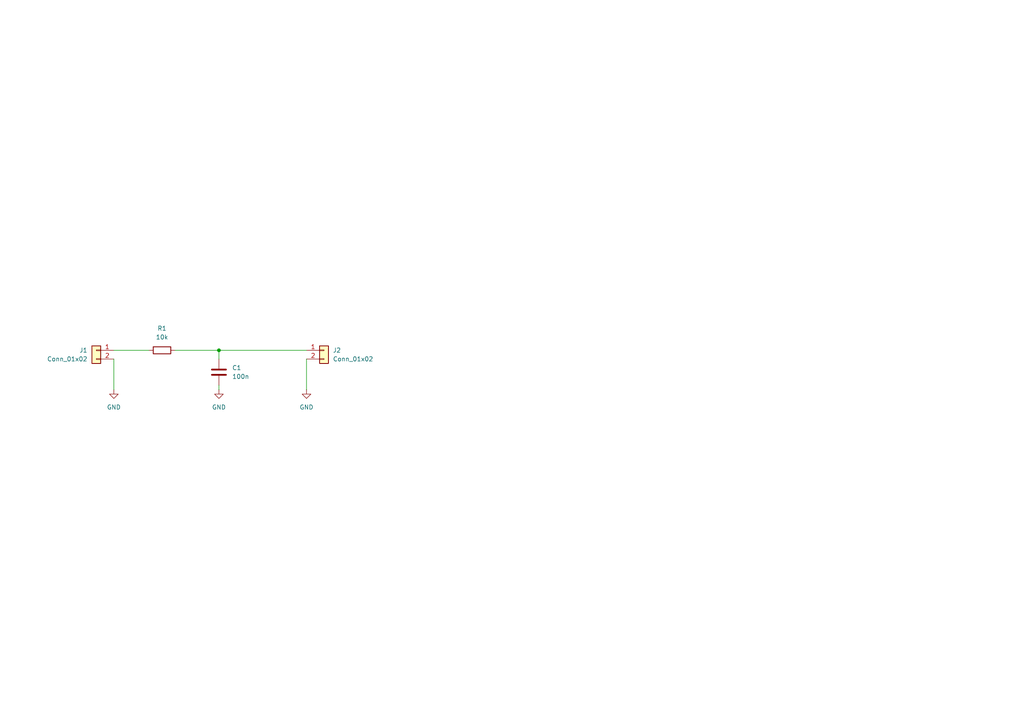
<source format=kicad_sch>
(kicad_sch
	(version 20231120)
	(generator "eeschema")
	(generator_version "8.0")
	(uuid "d0c83963-123f-4a3e-9ce9-8a66d2584f17")
	(paper "A4")
	(lib_symbols
		(symbol "Connector_Generic:Conn_01x02"
			(pin_names
				(offset 1.016) hide)
			(exclude_from_sim no)
			(in_bom yes)
			(on_board yes)
			(property "Reference" "J"
				(at 0 2.54 0)
				(effects
					(font
						(size 1.27 1.27)
					)
				)
			)
			(property "Value" "Conn_01x02"
				(at 0 -5.08 0)
				(effects
					(font
						(size 1.27 1.27)
					)
				)
			)
			(property "Footprint" ""
				(at 0 0 0)
				(effects
					(font
						(size 1.27 1.27)
					)
					(hide yes)
				)
			)
			(property "Datasheet" "~"
				(at 0 0 0)
				(effects
					(font
						(size 1.27 1.27)
					)
					(hide yes)
				)
			)
			(property "Description" "Generic connector, single row, 01x02, script generated (kicad-library-utils/schlib/autogen/connector/)"
				(at 0 0 0)
				(effects
					(font
						(size 1.27 1.27)
					)
					(hide yes)
				)
			)
			(property "ki_keywords" "connector"
				(at 0 0 0)
				(effects
					(font
						(size 1.27 1.27)
					)
					(hide yes)
				)
			)
			(property "ki_fp_filters" "Connector*:*_1x??_*"
				(at 0 0 0)
				(effects
					(font
						(size 1.27 1.27)
					)
					(hide yes)
				)
			)
			(symbol "Conn_01x02_1_1"
				(rectangle
					(start -1.27 -2.413)
					(end 0 -2.667)
					(stroke
						(width 0.1524)
						(type default)
					)
					(fill
						(type none)
					)
				)
				(rectangle
					(start -1.27 0.127)
					(end 0 -0.127)
					(stroke
						(width 0.1524)
						(type default)
					)
					(fill
						(type none)
					)
				)
				(rectangle
					(start -1.27 1.27)
					(end 1.27 -3.81)
					(stroke
						(width 0.254)
						(type default)
					)
					(fill
						(type background)
					)
				)
				(pin passive line
					(at -5.08 0 0)
					(length 3.81)
					(name "Pin_1"
						(effects
							(font
								(size 1.27 1.27)
							)
						)
					)
					(number "1"
						(effects
							(font
								(size 1.27 1.27)
							)
						)
					)
				)
				(pin passive line
					(at -5.08 -2.54 0)
					(length 3.81)
					(name "Pin_2"
						(effects
							(font
								(size 1.27 1.27)
							)
						)
					)
					(number "2"
						(effects
							(font
								(size 1.27 1.27)
							)
						)
					)
				)
			)
		)
		(symbol "Device:C"
			(pin_numbers hide)
			(pin_names
				(offset 0.254)
			)
			(exclude_from_sim no)
			(in_bom yes)
			(on_board yes)
			(property "Reference" "C"
				(at 0.635 2.54 0)
				(effects
					(font
						(size 1.27 1.27)
					)
					(justify left)
				)
			)
			(property "Value" "C"
				(at 0.635 -2.54 0)
				(effects
					(font
						(size 1.27 1.27)
					)
					(justify left)
				)
			)
			(property "Footprint" ""
				(at 0.9652 -3.81 0)
				(effects
					(font
						(size 1.27 1.27)
					)
					(hide yes)
				)
			)
			(property "Datasheet" "~"
				(at 0 0 0)
				(effects
					(font
						(size 1.27 1.27)
					)
					(hide yes)
				)
			)
			(property "Description" "Unpolarized capacitor"
				(at 0 0 0)
				(effects
					(font
						(size 1.27 1.27)
					)
					(hide yes)
				)
			)
			(property "ki_keywords" "cap capacitor"
				(at 0 0 0)
				(effects
					(font
						(size 1.27 1.27)
					)
					(hide yes)
				)
			)
			(property "ki_fp_filters" "C_*"
				(at 0 0 0)
				(effects
					(font
						(size 1.27 1.27)
					)
					(hide yes)
				)
			)
			(symbol "C_0_1"
				(polyline
					(pts
						(xy -2.032 -0.762) (xy 2.032 -0.762)
					)
					(stroke
						(width 0.508)
						(type default)
					)
					(fill
						(type none)
					)
				)
				(polyline
					(pts
						(xy -2.032 0.762) (xy 2.032 0.762)
					)
					(stroke
						(width 0.508)
						(type default)
					)
					(fill
						(type none)
					)
				)
			)
			(symbol "C_1_1"
				(pin passive line
					(at 0 3.81 270)
					(length 2.794)
					(name "~"
						(effects
							(font
								(size 1.27 1.27)
							)
						)
					)
					(number "1"
						(effects
							(font
								(size 1.27 1.27)
							)
						)
					)
				)
				(pin passive line
					(at 0 -3.81 90)
					(length 2.794)
					(name "~"
						(effects
							(font
								(size 1.27 1.27)
							)
						)
					)
					(number "2"
						(effects
							(font
								(size 1.27 1.27)
							)
						)
					)
				)
			)
		)
		(symbol "Device:R"
			(pin_numbers hide)
			(pin_names
				(offset 0)
			)
			(exclude_from_sim no)
			(in_bom yes)
			(on_board yes)
			(property "Reference" "R"
				(at 2.032 0 90)
				(effects
					(font
						(size 1.27 1.27)
					)
				)
			)
			(property "Value" "R"
				(at 0 0 90)
				(effects
					(font
						(size 1.27 1.27)
					)
				)
			)
			(property "Footprint" ""
				(at -1.778 0 90)
				(effects
					(font
						(size 1.27 1.27)
					)
					(hide yes)
				)
			)
			(property "Datasheet" "~"
				(at 0 0 0)
				(effects
					(font
						(size 1.27 1.27)
					)
					(hide yes)
				)
			)
			(property "Description" "Resistor"
				(at 0 0 0)
				(effects
					(font
						(size 1.27 1.27)
					)
					(hide yes)
				)
			)
			(property "ki_keywords" "R res resistor"
				(at 0 0 0)
				(effects
					(font
						(size 1.27 1.27)
					)
					(hide yes)
				)
			)
			(property "ki_fp_filters" "R_*"
				(at 0 0 0)
				(effects
					(font
						(size 1.27 1.27)
					)
					(hide yes)
				)
			)
			(symbol "R_0_1"
				(rectangle
					(start -1.016 -2.54)
					(end 1.016 2.54)
					(stroke
						(width 0.254)
						(type default)
					)
					(fill
						(type none)
					)
				)
			)
			(symbol "R_1_1"
				(pin passive line
					(at 0 3.81 270)
					(length 1.27)
					(name "~"
						(effects
							(font
								(size 1.27 1.27)
							)
						)
					)
					(number "1"
						(effects
							(font
								(size 1.27 1.27)
							)
						)
					)
				)
				(pin passive line
					(at 0 -3.81 90)
					(length 1.27)
					(name "~"
						(effects
							(font
								(size 1.27 1.27)
							)
						)
					)
					(number "2"
						(effects
							(font
								(size 1.27 1.27)
							)
						)
					)
				)
			)
		)
		(symbol "power:GND"
			(power)
			(pin_numbers hide)
			(pin_names
				(offset 0) hide)
			(exclude_from_sim no)
			(in_bom yes)
			(on_board yes)
			(property "Reference" "#PWR"
				(at 0 -6.35 0)
				(effects
					(font
						(size 1.27 1.27)
					)
					(hide yes)
				)
			)
			(property "Value" "GND"
				(at 0 -3.81 0)
				(effects
					(font
						(size 1.27 1.27)
					)
				)
			)
			(property "Footprint" ""
				(at 0 0 0)
				(effects
					(font
						(size 1.27 1.27)
					)
					(hide yes)
				)
			)
			(property "Datasheet" ""
				(at 0 0 0)
				(effects
					(font
						(size 1.27 1.27)
					)
					(hide yes)
				)
			)
			(property "Description" "Power symbol creates a global label with name \"GND\" , ground"
				(at 0 0 0)
				(effects
					(font
						(size 1.27 1.27)
					)
					(hide yes)
				)
			)
			(property "ki_keywords" "global power"
				(at 0 0 0)
				(effects
					(font
						(size 1.27 1.27)
					)
					(hide yes)
				)
			)
			(symbol "GND_0_1"
				(polyline
					(pts
						(xy 0 0) (xy 0 -1.27) (xy 1.27 -1.27) (xy 0 -2.54) (xy -1.27 -1.27) (xy 0 -1.27)
					)
					(stroke
						(width 0)
						(type default)
					)
					(fill
						(type none)
					)
				)
			)
			(symbol "GND_1_1"
				(pin power_in line
					(at 0 0 270)
					(length 0)
					(name "~"
						(effects
							(font
								(size 1.27 1.27)
							)
						)
					)
					(number "1"
						(effects
							(font
								(size 1.27 1.27)
							)
						)
					)
				)
			)
		)
	)
	(junction
		(at 63.5 101.6)
		(diameter 0)
		(color 0 0 0 0)
		(uuid "9acf6622-b906-4221-9674-49b29d4f4486")
	)
	(wire
		(pts
			(xy 63.5 101.6) (xy 88.9 101.6)
		)
		(stroke
			(width 0)
			(type default)
		)
		(uuid "46f662cf-1f7e-4082-a4fc-8551ef34b8c9")
	)
	(wire
		(pts
			(xy 33.02 101.6) (xy 43.18 101.6)
		)
		(stroke
			(width 0)
			(type default)
		)
		(uuid "6a9c8e6d-d38d-440b-b374-7c4d5b3ac8f7")
	)
	(wire
		(pts
			(xy 50.8 101.6) (xy 63.5 101.6)
		)
		(stroke
			(width 0)
			(type default)
		)
		(uuid "7d12718a-66ab-4232-84e2-e28d4ecac1b5")
	)
	(wire
		(pts
			(xy 88.9 104.14) (xy 88.9 113.03)
		)
		(stroke
			(width 0)
			(type default)
		)
		(uuid "9027cdaa-0e5c-4bd8-93e7-3e7a3cc36031")
	)
	(wire
		(pts
			(xy 63.5 104.14) (xy 63.5 101.6)
		)
		(stroke
			(width 0)
			(type default)
		)
		(uuid "a8dc3396-41c9-46f9-ba16-e278b08a69c5")
	)
	(wire
		(pts
			(xy 33.02 104.14) (xy 33.02 113.03)
		)
		(stroke
			(width 0)
			(type default)
		)
		(uuid "b28df2c7-b078-4c54-85b0-40f2ebb099b0")
	)
	(wire
		(pts
			(xy 63.5 113.03) (xy 63.5 111.76)
		)
		(stroke
			(width 0)
			(type default)
		)
		(uuid "f7295517-4211-4b5f-87a3-e334c1b38b33")
	)
	(symbol
		(lib_id "power:GND")
		(at 63.5 113.03 0)
		(unit 1)
		(exclude_from_sim no)
		(in_bom yes)
		(on_board yes)
		(dnp no)
		(fields_autoplaced yes)
		(uuid "1259a3bc-3dde-4b40-a53a-67733dfca162")
		(property "Reference" "#PWR03"
			(at 63.5 119.38 0)
			(effects
				(font
					(size 1.27 1.27)
				)
				(hide yes)
			)
		)
		(property "Value" "GND"
			(at 63.5 118.11 0)
			(effects
				(font
					(size 1.27 1.27)
				)
			)
		)
		(property "Footprint" ""
			(at 63.5 113.03 0)
			(effects
				(font
					(size 1.27 1.27)
				)
				(hide yes)
			)
		)
		(property "Datasheet" ""
			(at 63.5 113.03 0)
			(effects
				(font
					(size 1.27 1.27)
				)
				(hide yes)
			)
		)
		(property "Description" "Power symbol creates a global label with name \"GND\" , ground"
			(at 63.5 113.03 0)
			(effects
				(font
					(size 1.27 1.27)
				)
				(hide yes)
			)
		)
		(pin "1"
			(uuid "a2349cad-43f7-44d5-b0fc-58942f790fe2")
		)
		(instances
			(project "LowPassFilter_jessipi_20240403"
				(path "/d0c83963-123f-4a3e-9ce9-8a66d2584f17"
					(reference "#PWR03")
					(unit 1)
				)
			)
		)
	)
	(symbol
		(lib_id "Connector_Generic:Conn_01x02")
		(at 27.94 101.6 0)
		(mirror y)
		(unit 1)
		(exclude_from_sim no)
		(in_bom yes)
		(on_board yes)
		(dnp no)
		(uuid "61a3689e-f67f-4499-9cfc-3141426c23e3")
		(property "Reference" "J1"
			(at 25.4 101.5999 0)
			(effects
				(font
					(size 1.27 1.27)
				)
				(justify left)
			)
		)
		(property "Value" "Conn_01x02"
			(at 25.4 104.1399 0)
			(effects
				(font
					(size 1.27 1.27)
				)
				(justify left)
			)
		)
		(property "Footprint" "Connector_PinHeader_1.27mm:PinHeader_1x02_P1.27mm_Vertical"
			(at 27.94 101.6 0)
			(effects
				(font
					(size 1.27 1.27)
				)
				(hide yes)
			)
		)
		(property "Datasheet" "~"
			(at 27.94 101.6 0)
			(effects
				(font
					(size 1.27 1.27)
				)
				(hide yes)
			)
		)
		(property "Description" "Generic connector, single row, 01x02, script generated (kicad-library-utils/schlib/autogen/connector/)"
			(at 27.94 101.6 0)
			(effects
				(font
					(size 1.27 1.27)
				)
				(hide yes)
			)
		)
		(pin "1"
			(uuid "a22d6460-bfa7-4414-aebe-e185311b7236")
		)
		(pin "2"
			(uuid "09eb7b46-1c79-49a6-b5c4-c3224b0cf990")
		)
		(instances
			(project "LowPassFilter_jessipi_20240403"
				(path "/d0c83963-123f-4a3e-9ce9-8a66d2584f17"
					(reference "J1")
					(unit 1)
				)
			)
		)
	)
	(symbol
		(lib_id "Device:C")
		(at 63.5 107.95 0)
		(unit 1)
		(exclude_from_sim no)
		(in_bom yes)
		(on_board yes)
		(dnp no)
		(fields_autoplaced yes)
		(uuid "764098a0-4d4f-4fc9-adb4-ae755738d8ae")
		(property "Reference" "C1"
			(at 67.31 106.6799 0)
			(effects
				(font
					(size 1.27 1.27)
				)
				(justify left)
			)
		)
		(property "Value" "100n"
			(at 67.31 109.2199 0)
			(effects
				(font
					(size 1.27 1.27)
				)
				(justify left)
			)
		)
		(property "Footprint" "Capacitor_THT:C_Axial_L3.8mm_D2.6mm_P10.00mm_Horizontal"
			(at 64.4652 111.76 0)
			(effects
				(font
					(size 1.27 1.27)
				)
				(hide yes)
			)
		)
		(property "Datasheet" "~"
			(at 63.5 107.95 0)
			(effects
				(font
					(size 1.27 1.27)
				)
				(hide yes)
			)
		)
		(property "Description" "Unpolarized capacitor"
			(at 63.5 107.95 0)
			(effects
				(font
					(size 1.27 1.27)
				)
				(hide yes)
			)
		)
		(pin "2"
			(uuid "f47cf527-1edb-4ee2-bf57-2578e504773f")
		)
		(pin "1"
			(uuid "aca34473-1a52-4976-9e4b-ba8484c688a1")
		)
		(instances
			(project "LowPassFilter_jessipi_20240403"
				(path "/d0c83963-123f-4a3e-9ce9-8a66d2584f17"
					(reference "C1")
					(unit 1)
				)
			)
		)
	)
	(symbol
		(lib_id "power:GND")
		(at 33.02 113.03 0)
		(unit 1)
		(exclude_from_sim no)
		(in_bom yes)
		(on_board yes)
		(dnp no)
		(fields_autoplaced yes)
		(uuid "9154ff20-4e6b-4a91-a6ed-f45bea1d1cbc")
		(property "Reference" "#PWR01"
			(at 33.02 119.38 0)
			(effects
				(font
					(size 1.27 1.27)
				)
				(hide yes)
			)
		)
		(property "Value" "GND"
			(at 33.02 118.11 0)
			(effects
				(font
					(size 1.27 1.27)
				)
			)
		)
		(property "Footprint" ""
			(at 33.02 113.03 0)
			(effects
				(font
					(size 1.27 1.27)
				)
				(hide yes)
			)
		)
		(property "Datasheet" ""
			(at 33.02 113.03 0)
			(effects
				(font
					(size 1.27 1.27)
				)
				(hide yes)
			)
		)
		(property "Description" "Power symbol creates a global label with name \"GND\" , ground"
			(at 33.02 113.03 0)
			(effects
				(font
					(size 1.27 1.27)
				)
				(hide yes)
			)
		)
		(pin "1"
			(uuid "01152199-cdbf-4435-95db-95bd8bd9580f")
		)
		(instances
			(project "LowPassFilter_jessipi_20240403"
				(path "/d0c83963-123f-4a3e-9ce9-8a66d2584f17"
					(reference "#PWR01")
					(unit 1)
				)
			)
		)
	)
	(symbol
		(lib_id "power:GND")
		(at 88.9 113.03 0)
		(unit 1)
		(exclude_from_sim no)
		(in_bom yes)
		(on_board yes)
		(dnp no)
		(fields_autoplaced yes)
		(uuid "d196001a-aba6-4225-b04d-3fb1205a6b60")
		(property "Reference" "#PWR02"
			(at 88.9 119.38 0)
			(effects
				(font
					(size 1.27 1.27)
				)
				(hide yes)
			)
		)
		(property "Value" "GND"
			(at 88.9 118.11 0)
			(effects
				(font
					(size 1.27 1.27)
				)
			)
		)
		(property "Footprint" ""
			(at 88.9 113.03 0)
			(effects
				(font
					(size 1.27 1.27)
				)
				(hide yes)
			)
		)
		(property "Datasheet" ""
			(at 88.9 113.03 0)
			(effects
				(font
					(size 1.27 1.27)
				)
				(hide yes)
			)
		)
		(property "Description" "Power symbol creates a global label with name \"GND\" , ground"
			(at 88.9 113.03 0)
			(effects
				(font
					(size 1.27 1.27)
				)
				(hide yes)
			)
		)
		(pin "1"
			(uuid "c64ef788-1c95-4077-81c8-194d2935cd4f")
		)
		(instances
			(project "LowPassFilter_jessipi_20240403"
				(path "/d0c83963-123f-4a3e-9ce9-8a66d2584f17"
					(reference "#PWR02")
					(unit 1)
				)
			)
		)
	)
	(symbol
		(lib_id "Connector_Generic:Conn_01x02")
		(at 93.98 101.6 0)
		(unit 1)
		(exclude_from_sim no)
		(in_bom yes)
		(on_board yes)
		(dnp no)
		(fields_autoplaced yes)
		(uuid "e29be090-ffa9-4ae5-a451-ba90577d623c")
		(property "Reference" "J2"
			(at 96.52 101.5999 0)
			(effects
				(font
					(size 1.27 1.27)
				)
				(justify left)
			)
		)
		(property "Value" "Conn_01x02"
			(at 96.52 104.1399 0)
			(effects
				(font
					(size 1.27 1.27)
				)
				(justify left)
			)
		)
		(property "Footprint" "Connector_PinHeader_1.27mm:PinHeader_1x02_P1.27mm_Vertical"
			(at 93.98 101.6 0)
			(effects
				(font
					(size 1.27 1.27)
				)
				(hide yes)
			)
		)
		(property "Datasheet" "~"
			(at 93.98 101.6 0)
			(effects
				(font
					(size 1.27 1.27)
				)
				(hide yes)
			)
		)
		(property "Description" "Generic connector, single row, 01x02, script generated (kicad-library-utils/schlib/autogen/connector/)"
			(at 93.98 101.6 0)
			(effects
				(font
					(size 1.27 1.27)
				)
				(hide yes)
			)
		)
		(pin "1"
			(uuid "a7d6577a-38f3-4bff-ad4d-f96d1c64923c")
		)
		(pin "2"
			(uuid "7f2e3953-0ee9-448e-a181-b8bd17d4e722")
		)
		(instances
			(project "LowPassFilter_jessipi_20240403"
				(path "/d0c83963-123f-4a3e-9ce9-8a66d2584f17"
					(reference "J2")
					(unit 1)
				)
			)
		)
	)
	(symbol
		(lib_id "Device:R")
		(at 46.99 101.6 90)
		(unit 1)
		(exclude_from_sim no)
		(in_bom yes)
		(on_board yes)
		(dnp no)
		(fields_autoplaced yes)
		(uuid "f9e8a1ea-0c8d-4e3a-9ee1-82c2718b2273")
		(property "Reference" "R1"
			(at 46.99 95.25 90)
			(effects
				(font
					(size 1.27 1.27)
				)
			)
		)
		(property "Value" "10k"
			(at 46.99 97.79 90)
			(effects
				(font
					(size 1.27 1.27)
				)
			)
		)
		(property "Footprint" "Resistor_THT:R_Axial_DIN0204_L3.6mm_D1.6mm_P7.62mm_Horizontal"
			(at 46.99 103.378 90)
			(effects
				(font
					(size 1.27 1.27)
				)
				(hide yes)
			)
		)
		(property "Datasheet" "~"
			(at 46.99 101.6 0)
			(effects
				(font
					(size 1.27 1.27)
				)
				(hide yes)
			)
		)
		(property "Description" "Resistor"
			(at 46.99 101.6 0)
			(effects
				(font
					(size 1.27 1.27)
				)
				(hide yes)
			)
		)
		(pin "2"
			(uuid "d5145c3b-c1a4-46af-9982-bda9914293a9")
		)
		(pin "1"
			(uuid "379380a5-c099-4f55-ade0-8dab6c4ccf23")
		)
		(instances
			(project "LowPassFilter_jessipi_20240403"
				(path "/d0c83963-123f-4a3e-9ce9-8a66d2584f17"
					(reference "R1")
					(unit 1)
				)
			)
		)
	)
	(sheet_instances
		(path "/"
			(page "1")
		)
	)
)
</source>
